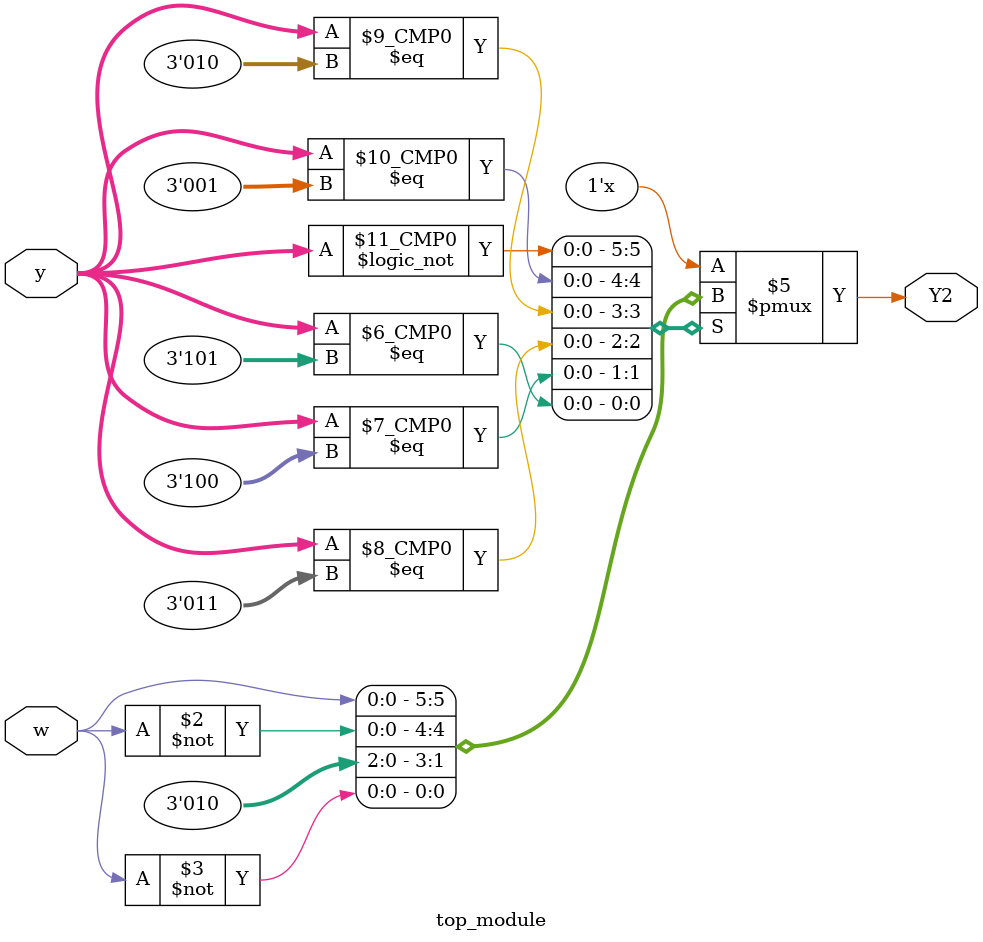
<source format=sv>
module top_module(
    input [3:1] y,
    input w,
    output reg Y2
);

always @(*) begin
    case (y)
        3'b000: Y2 = w;
        3'b001: Y2 = ~w;
        3'b010: Y2 = 1'b0;
        3'b011: Y2 = 1'b1;
        3'b100: Y2 = 1'b0;
        3'b101: Y2 = ~w;
        default: Y2 = 1'bx;
    endcase
end

endmodule

</source>
